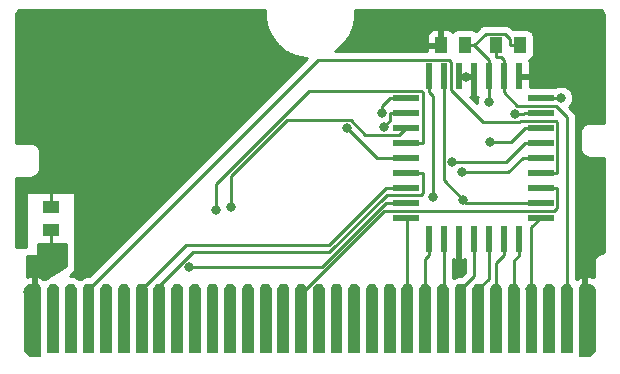
<source format=gtl>
%TF.GenerationSoftware,KiCad,Pcbnew,(5.99.0-1734-gfc9c75f9e)*%
%TF.CreationDate,2020-06-08T22:25:13+02:00*%
%TF.ProjectId,poldet32k-v2-autorouted,706f6c64-6574-4333-926b-2d76322d6175,rev?*%
%TF.SameCoordinates,Original*%
%TF.FileFunction,Copper,L1,Top*%
%TF.FilePolarity,Positive*%
%FSLAX46Y46*%
G04 Gerber Fmt 4.6, Leading zero omitted, Abs format (unit mm)*
G04 Created by KiCad (PCBNEW (5.99.0-1734-gfc9c75f9e)) date 2020-06-08 22:25:13*
%MOMM*%
%LPD*%
G01*
G04 APERTURE LIST*
%TA.AperFunction,SMDPad,CuDef*%
%ADD10R,1.100000X1.400000*%
%TD*%
%TA.AperFunction,SMDPad,CuDef*%
%ADD11R,1.400000X1.100000*%
%TD*%
%TA.AperFunction,SMDPad,CuDef*%
%ADD12R,0.600000X2.200000*%
%TD*%
%TA.AperFunction,SMDPad,CuDef*%
%ADD13R,2.200000X0.600000*%
%TD*%
%TA.AperFunction,ComponentPad*%
%ADD14C,0.800000*%
%TD*%
%TA.AperFunction,ViaPad*%
%ADD15C,0.800000*%
%TD*%
%TA.AperFunction,Conductor*%
%ADD16C,0.500000*%
%TD*%
%TA.AperFunction,Conductor*%
%ADD17C,0.250000*%
%TD*%
%TA.AperFunction,Conductor*%
%ADD18C,0.254000*%
%TD*%
G04 APERTURE END LIST*
D10*
%TO.P,C2,1*%
%TO.N,5V*%
X161274000Y-69723000D03*
%TO.P,C2,2*%
%TO.N,GND*%
X159274000Y-69723000D03*
%TD*%
D11*
%TO.P,C1,2*%
%TO.N,GND*%
X126286000Y-83397800D03*
%TO.P,C1,1*%
%TO.N,5V*%
X126286000Y-85397800D03*
%TD*%
D12*
%TO.P,U1,32*%
%TO.N,5V*%
X163322000Y-72348000D03*
%TO.P,U1,31*%
%TO.N,AUDIO_IN*%
X164592000Y-72348000D03*
%TO.P,U1,30*%
%TO.N,GND*%
X165862000Y-72348000D03*
D13*
%TO.P,U1,29*%
%TO.N,A14*%
X167752000Y-74168000D03*
%TO.P,U1,28*%
%TO.N,A13*%
X167752000Y-75438000D03*
%TO.P,U1,27*%
%TO.N,A8*%
X167752000Y-76708000D03*
%TO.P,U1,26*%
%TO.N,A9*%
X167752000Y-77978000D03*
%TO.P,U1,25*%
%TO.N,A11*%
X167752000Y-79248000D03*
%TO.P,U1,24*%
%TO.N,\u002ARD*%
X167752000Y-80518000D03*
%TO.P,U1,23*%
%TO.N,A10*%
X167752000Y-81788000D03*
%TO.P,U1,22*%
%TO.N,A15*%
X167752000Y-83058000D03*
%TO.P,U1,21*%
%TO.N,D7*%
X167752000Y-84328000D03*
D12*
%TO.P,U1,20*%
%TO.N,D6*%
X165862000Y-86148000D03*
%TO.P,U1,19*%
%TO.N,D5*%
X164592000Y-86148000D03*
%TO.P,U1,18*%
%TO.N,D4*%
X163322000Y-86148000D03*
%TO.P,U1,17*%
%TO.N,D3*%
X162052000Y-86148000D03*
%TO.P,U1,16*%
%TO.N,GND*%
X160782000Y-86148000D03*
%TO.P,U1,15*%
%TO.N,D2*%
X159512000Y-86148000D03*
%TO.P,U1,14*%
%TO.N,D1*%
X158242000Y-86148000D03*
D13*
%TO.P,U1,13*%
%TO.N,D0*%
X156352000Y-84328000D03*
%TO.P,U1,5*%
%TO.N,A7*%
X156352000Y-74168000D03*
%TO.P,U1,12*%
%TO.N,A0*%
X156352000Y-83058000D03*
%TO.P,U1,11*%
%TO.N,A1*%
X156352000Y-81788000D03*
%TO.P,U1,10*%
%TO.N,A2*%
X156352000Y-80518000D03*
%TO.P,U1,9*%
%TO.N,A3*%
X156352000Y-79248000D03*
%TO.P,U1,8*%
%TO.N,A4*%
X156352000Y-77978000D03*
%TO.P,U1,7*%
%TO.N,A5*%
X156352000Y-76708000D03*
%TO.P,U1,6*%
%TO.N,A6*%
X156352000Y-75438000D03*
D12*
%TO.P,U1,4*%
%TO.N,A12*%
X158242000Y-72348000D03*
%TO.P,U1,3*%
%TO.N,A15*%
X159512000Y-72348000D03*
%TO.P,U1,2*%
%TO.N,GND*%
X160782000Y-72348000D03*
%TO.P,U1,1*%
X162052000Y-72348000D03*
%TD*%
D10*
%TO.P,R1,1*%
%TO.N,5V*%
X165973000Y-69723000D03*
%TO.P,R1,2*%
%TO.N,AUDIO_IN*%
X163973000Y-69723000D03*
%TD*%
%TA.AperFunction,Conductor*%
%TO.N,GND*%
%TO.C,J1*%
G36*
X171697439Y-89903040D02*
G01*
X171728756Y-89901344D01*
X171900880Y-89932314D01*
X172061263Y-90002051D01*
X172201302Y-90106813D01*
X172313484Y-90240981D01*
X172391792Y-90397358D01*
X172432025Y-90567556D01*
X172431338Y-90655000D01*
X172432000Y-90655000D01*
X172432000Y-95605000D01*
X171932000Y-96105000D01*
X170932000Y-96105000D01*
X170932000Y-90695849D01*
X170927871Y-90657840D01*
X170926504Y-90655000D01*
X170926504Y-90405000D01*
X170932036Y-90380846D01*
X170932220Y-90380699D01*
X170932873Y-90327285D01*
X170974747Y-90190320D01*
X171053380Y-90070614D01*
X171162449Y-89977788D01*
X171293188Y-89919306D01*
X171429715Y-89900604D01*
X171432000Y-89899504D01*
X171682000Y-89899504D01*
X171697439Y-89903040D01*
G37*
%TD.AperFunction*%
%TA.AperFunction,Conductor*%
%TO.N,5V*%
G36*
X124934149Y-89899996D02*
G01*
X124935086Y-89899868D01*
X125076735Y-89921038D01*
X125206750Y-89981113D01*
X125314677Y-90075264D01*
X125391841Y-90195923D01*
X125432039Y-90333389D01*
X125431321Y-90392169D01*
X125437496Y-90405000D01*
X125437496Y-90655000D01*
X125432000Y-90678997D01*
X125432000Y-96105000D01*
X124432000Y-96105000D01*
X123932000Y-95605000D01*
X123932000Y-90695849D01*
X123926918Y-90649069D01*
X123948535Y-90475522D01*
X124009496Y-90311603D01*
X124106532Y-90166103D01*
X124234437Y-90046830D01*
X124386351Y-89960180D01*
X124554123Y-89910802D01*
X124671763Y-89904431D01*
X124682000Y-89899504D01*
X124932000Y-89899504D01*
X124934149Y-89899996D01*
G37*
%TD.AperFunction*%
D14*
%TD*%
%TO.P,J1,31*%
%TO.N,AUDIO_IN*%
X169932000Y-90405000D03*
%TO.P,J1,30*%
%TO.N,\u002ARESET/CS2*%
X168432000Y-90405000D03*
%TO.P,J1,29*%
%TO.N,D7*%
X166932000Y-90405000D03*
%TO.P,J1,28*%
%TO.N,D6*%
X165432000Y-90405000D03*
%TO.P,J1,27*%
%TO.N,D5*%
X163932000Y-90405000D03*
%TO.P,J1,26*%
%TO.N,D4*%
X162432000Y-90405000D03*
%TO.P,J1,25*%
%TO.N,D3*%
X160932000Y-90405000D03*
%TO.P,J1,24*%
%TO.N,D2*%
X159432000Y-90405000D03*
%TO.P,J1,23*%
%TO.N,D1*%
X157932000Y-90405000D03*
%TO.P,J1,22*%
%TO.N,D0*%
X156432000Y-90405000D03*
%TO.P,J1,21*%
%TO.N,A15*%
X154932000Y-90405000D03*
%TO.P,J1,20*%
%TO.N,A14*%
X153432000Y-90405000D03*
%TO.P,J1,19*%
%TO.N,A13*%
X151932000Y-90405000D03*
%TO.P,J1,18*%
%TO.N,A12*%
X150432000Y-90405000D03*
%TO.P,J1,17*%
%TO.N,A11*%
X148932000Y-90405000D03*
%TO.P,J1,16*%
%TO.N,A10*%
X147432000Y-90405000D03*
%TO.P,J1,15*%
%TO.N,A9*%
X145932000Y-90405000D03*
%TO.P,J1,14*%
%TO.N,A8*%
X144432000Y-90405000D03*
%TO.P,J1,13*%
%TO.N,A7*%
X142932000Y-90405000D03*
%TO.P,J1,12*%
%TO.N,A6*%
X141432000Y-90405000D03*
%TO.P,J1,11*%
%TO.N,A5*%
X139932000Y-90405000D03*
%TO.P,J1,10*%
%TO.N,A4*%
X138432000Y-90405000D03*
%TO.P,J1,9*%
%TO.N,A3*%
X136932000Y-90405000D03*
%TO.P,J1,8*%
%TO.N,A2*%
X135432000Y-90405000D03*
%TO.P,J1,7*%
%TO.N,A1*%
X133932000Y-90405000D03*
%TO.P,J1,6*%
%TO.N,A0*%
X132432000Y-90405000D03*
%TO.P,J1,5*%
%TO.N,\u002AMREQ/CS*%
X130932000Y-90405000D03*
%TO.P,J1,4*%
%TO.N,\u002ARD*%
X129432000Y-90405000D03*
%TO.P,J1,3*%
%TO.N,\u002AWR*%
X127932000Y-90405000D03*
%TA.AperFunction,Conductor*%
%TD*%
%TO.N,AUDIO_IN*%
%TO.C,J1*%
G36*
X170075849Y-89919831D02*
G01*
X170206188Y-89980056D01*
X170314385Y-90074442D01*
X170391741Y-90195401D01*
X170432040Y-90333210D01*
X170431163Y-90405000D01*
X170432000Y-90405000D01*
X170432000Y-95805000D01*
X169432000Y-95805000D01*
X169432000Y-90482741D01*
X169428627Y-90470660D01*
X169429437Y-90404281D01*
X169430381Y-90327091D01*
X169472360Y-90189785D01*
X169551188Y-90069780D01*
X169660530Y-89976723D01*
X169791595Y-89918094D01*
X169933846Y-89898608D01*
X170075849Y-89919831D01*
G37*
%TD.AperFunction*%
%TA.AperFunction,Conductor*%
%TO.N,\u002ARESET/CS2*%
%TO.C,J1*%
G36*
X168575849Y-89919831D02*
G01*
X168706188Y-89980056D01*
X168814385Y-90074442D01*
X168891741Y-90195401D01*
X168932040Y-90333210D01*
X168931163Y-90405000D01*
X168932000Y-90405000D01*
X168932000Y-95805000D01*
X167932000Y-95805000D01*
X167932000Y-90482741D01*
X167928627Y-90470660D01*
X167929437Y-90404281D01*
X167930381Y-90327091D01*
X167972360Y-90189785D01*
X168051188Y-90069780D01*
X168160530Y-89976723D01*
X168291595Y-89918094D01*
X168433846Y-89898608D01*
X168575849Y-89919831D01*
G37*
%TD.AperFunction*%
%TA.AperFunction,Conductor*%
%TO.N,D7*%
G36*
X167075849Y-89919831D02*
G01*
X167206188Y-89980056D01*
X167314385Y-90074442D01*
X167391741Y-90195401D01*
X167432040Y-90333210D01*
X167431163Y-90405000D01*
X167432000Y-90405000D01*
X167432000Y-95805000D01*
X166432000Y-95805000D01*
X166432000Y-90482741D01*
X166428627Y-90470660D01*
X166429437Y-90404281D01*
X166430381Y-90327091D01*
X166472360Y-90189785D01*
X166551188Y-90069780D01*
X166660530Y-89976723D01*
X166791595Y-89918094D01*
X166933846Y-89898608D01*
X167075849Y-89919831D01*
G37*
%TD.AperFunction*%
%TA.AperFunction,Conductor*%
%TO.N,D6*%
G36*
X165575849Y-89919831D02*
G01*
X165706188Y-89980056D01*
X165814385Y-90074442D01*
X165891741Y-90195401D01*
X165932040Y-90333210D01*
X165931163Y-90405000D01*
X165932000Y-90405000D01*
X165932000Y-95805000D01*
X164932000Y-95805000D01*
X164932000Y-90482741D01*
X164928627Y-90470660D01*
X164929437Y-90404281D01*
X164930381Y-90327091D01*
X164972360Y-90189785D01*
X165051188Y-90069780D01*
X165160530Y-89976723D01*
X165291595Y-89918094D01*
X165433846Y-89898608D01*
X165575849Y-89919831D01*
G37*
%TD.AperFunction*%
%TA.AperFunction,Conductor*%
%TO.N,D5*%
G36*
X164075849Y-89919831D02*
G01*
X164206188Y-89980056D01*
X164314385Y-90074442D01*
X164391741Y-90195401D01*
X164432040Y-90333210D01*
X164431163Y-90405000D01*
X164432000Y-90405000D01*
X164432000Y-95805000D01*
X163432000Y-95805000D01*
X163432000Y-90482741D01*
X163428627Y-90470660D01*
X163429437Y-90404281D01*
X163430381Y-90327091D01*
X163472360Y-90189785D01*
X163551188Y-90069780D01*
X163660530Y-89976723D01*
X163791595Y-89918094D01*
X163933846Y-89898608D01*
X164075849Y-89919831D01*
G37*
%TD.AperFunction*%
%TA.AperFunction,Conductor*%
%TO.N,D4*%
G36*
X162575849Y-89919831D02*
G01*
X162706188Y-89980056D01*
X162814385Y-90074442D01*
X162891741Y-90195401D01*
X162932040Y-90333210D01*
X162931163Y-90405000D01*
X162932000Y-90405000D01*
X162932000Y-95805000D01*
X161932000Y-95805000D01*
X161932000Y-90482741D01*
X161928627Y-90470660D01*
X161929437Y-90404281D01*
X161930381Y-90327091D01*
X161972360Y-90189785D01*
X162051188Y-90069780D01*
X162160530Y-89976723D01*
X162291595Y-89918094D01*
X162433846Y-89898608D01*
X162575849Y-89919831D01*
G37*
%TD.AperFunction*%
%TA.AperFunction,Conductor*%
%TO.N,D3*%
G36*
X161075849Y-89919831D02*
G01*
X161206188Y-89980056D01*
X161314385Y-90074442D01*
X161391741Y-90195401D01*
X161432040Y-90333210D01*
X161431163Y-90405000D01*
X161432000Y-90405000D01*
X161432000Y-95805000D01*
X160432000Y-95805000D01*
X160432000Y-90482741D01*
X160428627Y-90470660D01*
X160429437Y-90404281D01*
X160430381Y-90327091D01*
X160472360Y-90189785D01*
X160551188Y-90069780D01*
X160660530Y-89976723D01*
X160791595Y-89918094D01*
X160933846Y-89898608D01*
X161075849Y-89919831D01*
G37*
%TD.AperFunction*%
%TA.AperFunction,Conductor*%
%TO.N,D2*%
G36*
X159575849Y-89919831D02*
G01*
X159706188Y-89980056D01*
X159814385Y-90074442D01*
X159891741Y-90195401D01*
X159932040Y-90333210D01*
X159931163Y-90405000D01*
X159932000Y-90405000D01*
X159932000Y-95805000D01*
X158932000Y-95805000D01*
X158932000Y-90482741D01*
X158928627Y-90470660D01*
X158929437Y-90404281D01*
X158930381Y-90327091D01*
X158972360Y-90189785D01*
X159051188Y-90069780D01*
X159160530Y-89976723D01*
X159291595Y-89918094D01*
X159433846Y-89898608D01*
X159575849Y-89919831D01*
G37*
%TD.AperFunction*%
%TA.AperFunction,Conductor*%
%TO.N,D1*%
G36*
X158075849Y-89919831D02*
G01*
X158206188Y-89980056D01*
X158314385Y-90074442D01*
X158391741Y-90195401D01*
X158432040Y-90333210D01*
X158431163Y-90405000D01*
X158432000Y-90405000D01*
X158432000Y-95805000D01*
X157432000Y-95805000D01*
X157432000Y-90482741D01*
X157428627Y-90470660D01*
X157429437Y-90404281D01*
X157430381Y-90327091D01*
X157472360Y-90189785D01*
X157551188Y-90069780D01*
X157660530Y-89976723D01*
X157791595Y-89918094D01*
X157933846Y-89898608D01*
X158075849Y-89919831D01*
G37*
%TD.AperFunction*%
%TA.AperFunction,Conductor*%
%TO.N,D0*%
G36*
X156575849Y-89919831D02*
G01*
X156706188Y-89980056D01*
X156814385Y-90074442D01*
X156891741Y-90195401D01*
X156932040Y-90333210D01*
X156931163Y-90405000D01*
X156932000Y-90405000D01*
X156932000Y-95805000D01*
X155932000Y-95805000D01*
X155932000Y-90482741D01*
X155928627Y-90470660D01*
X155929437Y-90404281D01*
X155930381Y-90327091D01*
X155972360Y-90189785D01*
X156051188Y-90069780D01*
X156160530Y-89976723D01*
X156291595Y-89918094D01*
X156433846Y-89898608D01*
X156575849Y-89919831D01*
G37*
%TD.AperFunction*%
%TA.AperFunction,Conductor*%
%TO.N,A15*%
G36*
X155075849Y-89919831D02*
G01*
X155206188Y-89980056D01*
X155314385Y-90074442D01*
X155391741Y-90195401D01*
X155432040Y-90333210D01*
X155431163Y-90405000D01*
X155432000Y-90405000D01*
X155432000Y-95805000D01*
X154432000Y-95805000D01*
X154432000Y-90482741D01*
X154428627Y-90470660D01*
X154429437Y-90404281D01*
X154430381Y-90327091D01*
X154472360Y-90189785D01*
X154551188Y-90069780D01*
X154660530Y-89976723D01*
X154791595Y-89918094D01*
X154933846Y-89898608D01*
X155075849Y-89919831D01*
G37*
%TD.AperFunction*%
%TA.AperFunction,Conductor*%
%TO.N,A14*%
G36*
X153575849Y-89919831D02*
G01*
X153706188Y-89980056D01*
X153814385Y-90074442D01*
X153891741Y-90195401D01*
X153932040Y-90333210D01*
X153931163Y-90405000D01*
X153932000Y-90405000D01*
X153932000Y-95805000D01*
X152932000Y-95805000D01*
X152932000Y-90482741D01*
X152928627Y-90470660D01*
X152929437Y-90404281D01*
X152930381Y-90327091D01*
X152972360Y-90189785D01*
X153051188Y-90069780D01*
X153160530Y-89976723D01*
X153291595Y-89918094D01*
X153433846Y-89898608D01*
X153575849Y-89919831D01*
G37*
%TD.AperFunction*%
%TA.AperFunction,Conductor*%
%TO.N,A13*%
G36*
X152075849Y-89919831D02*
G01*
X152206188Y-89980056D01*
X152314385Y-90074442D01*
X152391741Y-90195401D01*
X152432040Y-90333210D01*
X152431163Y-90405000D01*
X152432000Y-90405000D01*
X152432000Y-95805000D01*
X151432000Y-95805000D01*
X151432000Y-90482741D01*
X151428627Y-90470660D01*
X151429437Y-90404281D01*
X151430381Y-90327091D01*
X151472360Y-90189785D01*
X151551188Y-90069780D01*
X151660530Y-89976723D01*
X151791595Y-89918094D01*
X151933846Y-89898608D01*
X152075849Y-89919831D01*
G37*
%TD.AperFunction*%
%TA.AperFunction,Conductor*%
%TO.N,A12*%
G36*
X150575849Y-89919831D02*
G01*
X150706188Y-89980056D01*
X150814385Y-90074442D01*
X150891741Y-90195401D01*
X150932040Y-90333210D01*
X150931163Y-90405000D01*
X150932000Y-90405000D01*
X150932000Y-95805000D01*
X149932000Y-95805000D01*
X149932000Y-90482741D01*
X149928627Y-90470660D01*
X149929437Y-90404281D01*
X149930381Y-90327091D01*
X149972360Y-90189785D01*
X150051188Y-90069780D01*
X150160530Y-89976723D01*
X150291595Y-89918094D01*
X150433846Y-89898608D01*
X150575849Y-89919831D01*
G37*
%TD.AperFunction*%
%TA.AperFunction,Conductor*%
%TO.N,A11*%
G36*
X149075849Y-89919831D02*
G01*
X149206188Y-89980056D01*
X149314385Y-90074442D01*
X149391741Y-90195401D01*
X149432040Y-90333210D01*
X149431163Y-90405000D01*
X149432000Y-90405000D01*
X149432000Y-95805000D01*
X148432000Y-95805000D01*
X148432000Y-90482741D01*
X148428627Y-90470660D01*
X148429437Y-90404281D01*
X148430381Y-90327091D01*
X148472360Y-90189785D01*
X148551188Y-90069780D01*
X148660530Y-89976723D01*
X148791595Y-89918094D01*
X148933846Y-89898608D01*
X149075849Y-89919831D01*
G37*
%TD.AperFunction*%
%TA.AperFunction,Conductor*%
%TO.N,A10*%
G36*
X147575849Y-89919831D02*
G01*
X147706188Y-89980056D01*
X147814385Y-90074442D01*
X147891741Y-90195401D01*
X147932040Y-90333210D01*
X147931163Y-90405000D01*
X147932000Y-90405000D01*
X147932000Y-95805000D01*
X146932000Y-95805000D01*
X146932000Y-90482741D01*
X146928627Y-90470660D01*
X146929437Y-90404281D01*
X146930381Y-90327091D01*
X146972360Y-90189785D01*
X147051188Y-90069780D01*
X147160530Y-89976723D01*
X147291595Y-89918094D01*
X147433846Y-89898608D01*
X147575849Y-89919831D01*
G37*
%TD.AperFunction*%
%TA.AperFunction,Conductor*%
%TO.N,A9*%
G36*
X146075849Y-89919831D02*
G01*
X146206188Y-89980056D01*
X146314385Y-90074442D01*
X146391741Y-90195401D01*
X146432040Y-90333210D01*
X146431163Y-90405000D01*
X146432000Y-90405000D01*
X146432000Y-95805000D01*
X145432000Y-95805000D01*
X145432000Y-90482741D01*
X145428627Y-90470660D01*
X145429437Y-90404281D01*
X145430381Y-90327091D01*
X145472360Y-90189785D01*
X145551188Y-90069780D01*
X145660530Y-89976723D01*
X145791595Y-89918094D01*
X145933846Y-89898608D01*
X146075849Y-89919831D01*
G37*
%TD.AperFunction*%
%TA.AperFunction,Conductor*%
%TO.N,A8*%
G36*
X144575849Y-89919831D02*
G01*
X144706188Y-89980056D01*
X144814385Y-90074442D01*
X144891741Y-90195401D01*
X144932040Y-90333210D01*
X144931163Y-90405000D01*
X144932000Y-90405000D01*
X144932000Y-95805000D01*
X143932000Y-95805000D01*
X143932000Y-90482741D01*
X143928627Y-90470660D01*
X143929437Y-90404281D01*
X143930381Y-90327091D01*
X143972360Y-90189785D01*
X144051188Y-90069780D01*
X144160530Y-89976723D01*
X144291595Y-89918094D01*
X144433846Y-89898608D01*
X144575849Y-89919831D01*
G37*
%TD.AperFunction*%
%TA.AperFunction,Conductor*%
%TO.N,A7*%
G36*
X143075849Y-89919831D02*
G01*
X143206188Y-89980056D01*
X143314385Y-90074442D01*
X143391741Y-90195401D01*
X143432040Y-90333210D01*
X143431163Y-90405000D01*
X143432000Y-90405000D01*
X143432000Y-95805000D01*
X142432000Y-95805000D01*
X142432000Y-90482741D01*
X142428627Y-90470660D01*
X142429437Y-90404281D01*
X142430381Y-90327091D01*
X142472360Y-90189785D01*
X142551188Y-90069780D01*
X142660530Y-89976723D01*
X142791595Y-89918094D01*
X142933846Y-89898608D01*
X143075849Y-89919831D01*
G37*
%TD.AperFunction*%
%TA.AperFunction,Conductor*%
%TO.N,A6*%
G36*
X141575849Y-89919831D02*
G01*
X141706188Y-89980056D01*
X141814385Y-90074442D01*
X141891741Y-90195401D01*
X141932040Y-90333210D01*
X141931163Y-90405000D01*
X141932000Y-90405000D01*
X141932000Y-95805000D01*
X140932000Y-95805000D01*
X140932000Y-90482741D01*
X140928627Y-90470660D01*
X140929437Y-90404281D01*
X140930381Y-90327091D01*
X140972360Y-90189785D01*
X141051188Y-90069780D01*
X141160530Y-89976723D01*
X141291595Y-89918094D01*
X141433846Y-89898608D01*
X141575849Y-89919831D01*
G37*
%TD.AperFunction*%
%TA.AperFunction,Conductor*%
%TO.N,A5*%
G36*
X140075849Y-89919831D02*
G01*
X140206188Y-89980056D01*
X140314385Y-90074442D01*
X140391741Y-90195401D01*
X140432040Y-90333210D01*
X140431163Y-90405000D01*
X140432000Y-90405000D01*
X140432000Y-95805000D01*
X139432000Y-95805000D01*
X139432000Y-90482741D01*
X139428627Y-90470660D01*
X139429437Y-90404281D01*
X139430381Y-90327091D01*
X139472360Y-90189785D01*
X139551188Y-90069780D01*
X139660530Y-89976723D01*
X139791595Y-89918094D01*
X139933846Y-89898608D01*
X140075849Y-89919831D01*
G37*
%TD.AperFunction*%
%TA.AperFunction,Conductor*%
%TO.N,A4*%
G36*
X138575849Y-89919831D02*
G01*
X138706188Y-89980056D01*
X138814385Y-90074442D01*
X138891741Y-90195401D01*
X138932040Y-90333210D01*
X138931163Y-90405000D01*
X138932000Y-90405000D01*
X138932000Y-95805000D01*
X137932000Y-95805000D01*
X137932000Y-90482741D01*
X137928627Y-90470660D01*
X137929437Y-90404281D01*
X137930381Y-90327091D01*
X137972360Y-90189785D01*
X138051188Y-90069780D01*
X138160530Y-89976723D01*
X138291595Y-89918094D01*
X138433846Y-89898608D01*
X138575849Y-89919831D01*
G37*
%TD.AperFunction*%
%TA.AperFunction,Conductor*%
%TO.N,A3*%
G36*
X137075849Y-89919831D02*
G01*
X137206188Y-89980056D01*
X137314385Y-90074442D01*
X137391741Y-90195401D01*
X137432040Y-90333210D01*
X137431163Y-90405000D01*
X137432000Y-90405000D01*
X137432000Y-95805000D01*
X136432000Y-95805000D01*
X136432000Y-90482741D01*
X136428627Y-90470660D01*
X136429437Y-90404281D01*
X136430381Y-90327091D01*
X136472360Y-90189785D01*
X136551188Y-90069780D01*
X136660530Y-89976723D01*
X136791595Y-89918094D01*
X136933846Y-89898608D01*
X137075849Y-89919831D01*
G37*
%TD.AperFunction*%
%TA.AperFunction,Conductor*%
%TO.N,A2*%
G36*
X135575849Y-89919831D02*
G01*
X135706188Y-89980056D01*
X135814385Y-90074442D01*
X135891741Y-90195401D01*
X135932040Y-90333210D01*
X135931163Y-90405000D01*
X135932000Y-90405000D01*
X135932000Y-95805000D01*
X134932000Y-95805000D01*
X134932000Y-90482741D01*
X134928627Y-90470660D01*
X134929437Y-90404281D01*
X134930381Y-90327091D01*
X134972360Y-90189785D01*
X135051188Y-90069780D01*
X135160530Y-89976723D01*
X135291595Y-89918094D01*
X135433846Y-89898608D01*
X135575849Y-89919831D01*
G37*
%TD.AperFunction*%
%TA.AperFunction,Conductor*%
%TO.N,A1*%
G36*
X134075849Y-89919831D02*
G01*
X134206188Y-89980056D01*
X134314385Y-90074442D01*
X134391741Y-90195401D01*
X134432040Y-90333210D01*
X134431163Y-90405000D01*
X134432000Y-90405000D01*
X134432000Y-95805000D01*
X133432000Y-95805000D01*
X133432000Y-90482741D01*
X133428627Y-90470660D01*
X133429437Y-90404281D01*
X133430381Y-90327091D01*
X133472360Y-90189785D01*
X133551188Y-90069780D01*
X133660530Y-89976723D01*
X133791595Y-89918094D01*
X133933846Y-89898608D01*
X134075849Y-89919831D01*
G37*
%TD.AperFunction*%
%TA.AperFunction,Conductor*%
%TO.N,A0*%
G36*
X132575849Y-89919831D02*
G01*
X132706188Y-89980056D01*
X132814385Y-90074442D01*
X132891741Y-90195401D01*
X132932040Y-90333210D01*
X132931163Y-90405000D01*
X132932000Y-90405000D01*
X132932000Y-95805000D01*
X131932000Y-95805000D01*
X131932000Y-90482741D01*
X131928627Y-90470660D01*
X131929437Y-90404281D01*
X131930381Y-90327091D01*
X131972360Y-90189785D01*
X132051188Y-90069780D01*
X132160530Y-89976723D01*
X132291595Y-89918094D01*
X132433846Y-89898608D01*
X132575849Y-89919831D01*
G37*
%TD.AperFunction*%
%TA.AperFunction,Conductor*%
%TO.N,\u002AMREQ/CS*%
G36*
X131075849Y-89919831D02*
G01*
X131206188Y-89980056D01*
X131314385Y-90074442D01*
X131391741Y-90195401D01*
X131432040Y-90333210D01*
X131431163Y-90405000D01*
X131432000Y-90405000D01*
X131432000Y-95805000D01*
X130432000Y-95805000D01*
X130432000Y-90482741D01*
X130428627Y-90470660D01*
X130429437Y-90404281D01*
X130430381Y-90327091D01*
X130472360Y-90189785D01*
X130551188Y-90069780D01*
X130660530Y-89976723D01*
X130791595Y-89918094D01*
X130933846Y-89898608D01*
X131075849Y-89919831D01*
G37*
%TD.AperFunction*%
%TA.AperFunction,Conductor*%
%TO.N,\u002ARD*%
G36*
X129575849Y-89919831D02*
G01*
X129706188Y-89980056D01*
X129814385Y-90074442D01*
X129891741Y-90195401D01*
X129932040Y-90333210D01*
X129931163Y-90405000D01*
X129932000Y-90405000D01*
X129932000Y-95805000D01*
X128932000Y-95805000D01*
X128932000Y-90482741D01*
X128928627Y-90470660D01*
X128929437Y-90404281D01*
X128930381Y-90327091D01*
X128972360Y-90189785D01*
X129051188Y-90069780D01*
X129160530Y-89976723D01*
X129291595Y-89918094D01*
X129433846Y-89898608D01*
X129575849Y-89919831D01*
G37*
%TD.AperFunction*%
%TA.AperFunction,Conductor*%
%TO.N,\u002AWR*%
G36*
X128075849Y-89919831D02*
G01*
X128206188Y-89980056D01*
X128314385Y-90074442D01*
X128391741Y-90195401D01*
X128432040Y-90333210D01*
X128431163Y-90405000D01*
X128432000Y-90405000D01*
X128432000Y-95805000D01*
X127432000Y-95805000D01*
X127432000Y-90482741D01*
X127428627Y-90470660D01*
X127429437Y-90404281D01*
X127430381Y-90327091D01*
X127472360Y-90189785D01*
X127551188Y-90069780D01*
X127660530Y-89976723D01*
X127791595Y-89918094D01*
X127933846Y-89898608D01*
X128075849Y-89919831D01*
G37*
%TD.AperFunction*%
%TA.AperFunction,Conductor*%
%TO.N,CLK*%
G36*
X126575849Y-89919831D02*
G01*
X126706188Y-89980056D01*
X126814385Y-90074442D01*
X126891741Y-90195401D01*
X126932040Y-90333210D01*
X126931163Y-90405000D01*
X126932000Y-90405000D01*
X126932000Y-95805000D01*
X125932000Y-95805000D01*
X125932000Y-90482741D01*
X125928627Y-90470660D01*
X125929437Y-90404281D01*
X125930381Y-90327091D01*
X125972360Y-90189785D01*
X126051188Y-90069780D01*
X126160530Y-89976723D01*
X126291595Y-89918094D01*
X126433846Y-89898608D01*
X126575849Y-89919831D01*
G37*
%TD.AperFunction*%
%TD*%
%TO.P,J1,32*%
%TO.N,GND*%
X171432000Y-90405000D03*
%TO.P,J1,1*%
%TO.N,5V*%
X124932000Y-90405000D03*
%TO.P,J1,2*%
%TO.N,CLK*%
X126432000Y-90405000D03*
%TD*%
D15*
%TO.N,GND*%
X160782000Y-88392000D03*
X161417000Y-72390000D03*
%TO.N,A15*%
X161160100Y-82818300D03*
%TO.N,A14*%
X169429900Y-74182400D03*
%TO.N,A13*%
X165572400Y-75551800D03*
%TO.N,A12*%
X158572100Y-82567100D03*
%TO.N,A11*%
X161021000Y-80496700D03*
%TO.N,A9*%
X160194300Y-79601400D03*
%TO.N,A8*%
X163409300Y-77898400D03*
%TO.N,A7*%
X154262600Y-75421600D03*
%TO.N,A6*%
X154427100Y-76619600D03*
%TO.N,A5*%
X141497000Y-83437000D03*
%TO.N,A4*%
X140235600Y-83662300D03*
%TO.N,A3*%
X151335800Y-76758400D03*
%TO.N,A0*%
X137980700Y-88479200D03*
%TO.N,GND*%
X171831000Y-84836000D03*
X171831000Y-81534000D03*
X171831000Y-74549000D03*
X171704000Y-71120000D03*
X171704000Y-67945000D03*
X140970000Y-68199000D03*
X135636000Y-68326000D03*
X129667000Y-68326000D03*
X124714000Y-68453000D03*
X124714000Y-73152000D03*
X137541000Y-74422000D03*
X134112000Y-77597000D03*
X131191000Y-80391000D03*
X129159000Y-82423000D03*
%TO.N,5V*%
X163322000Y-74549000D03*
X125730000Y-88519000D03*
X125730000Y-87630000D03*
X126746000Y-87630000D03*
%TD*%
D16*
%TO.N,5V*%
X124932000Y-90405000D02*
X124932000Y-89317000D01*
X124932000Y-89317000D02*
X125730000Y-88519000D01*
%TO.N,GND*%
X171432000Y-90405000D02*
X171432000Y-85235000D01*
X171432000Y-85235000D02*
X171831000Y-84836000D01*
D17*
%TO.N,AUDIO_IN*%
X164322400Y-70700700D02*
X164592000Y-70970300D01*
X163973000Y-70700700D02*
X164322400Y-70700700D01*
X164592000Y-72348000D02*
X164592000Y-70970300D01*
X163973000Y-69723000D02*
X163973000Y-70700700D01*
X165726500Y-74860200D02*
X164592000Y-73725700D01*
X168988400Y-74860200D02*
X165726500Y-74860200D01*
X169932000Y-75803800D02*
X168988400Y-74860200D01*
X169932000Y-90405000D02*
X169932000Y-75803800D01*
X164592000Y-72348000D02*
X164592000Y-73725700D01*
%TO.N,D6*%
X165432000Y-87955700D02*
X165862000Y-87525700D01*
X165432000Y-90405000D02*
X165432000Y-87955700D01*
X165862000Y-86148000D02*
X165862000Y-87525700D01*
%TO.N,D5*%
X163932000Y-88185700D02*
X164592000Y-87525700D01*
X163932000Y-90405000D02*
X163932000Y-88185700D01*
X164592000Y-86148000D02*
X164592000Y-87525700D01*
%TO.N,D4*%
X163322000Y-89515000D02*
X163322000Y-86148000D01*
X162432000Y-90405000D02*
X163322000Y-89515000D01*
%TO.N,D3*%
X162052000Y-89285000D02*
X162052000Y-86148000D01*
X160932000Y-90405000D02*
X162052000Y-89285000D01*
%TO.N,D2*%
X159512000Y-90325000D02*
X159512000Y-86148000D01*
X159432000Y-90405000D02*
X159512000Y-90325000D01*
%TO.N,D1*%
X157932000Y-87835700D02*
X158242000Y-87525700D01*
X157932000Y-90405000D02*
X157932000Y-87835700D01*
X158242000Y-86148000D02*
X158242000Y-87525700D01*
%TO.N,D0*%
X156432000Y-84408000D02*
X156352000Y-84328000D01*
X156432000Y-90405000D02*
X156432000Y-84408000D01*
%TO.N,A15*%
X161399800Y-83058000D02*
X167752000Y-83058000D01*
X161160100Y-82818300D02*
X161399800Y-83058000D01*
X159512000Y-81170200D02*
X161160100Y-82818300D01*
X159512000Y-72348000D02*
X159512000Y-81170200D01*
%TO.N,A14*%
X167752000Y-74168000D02*
X169129700Y-74168000D01*
X169144100Y-74182400D02*
X169429900Y-74182400D01*
X169129700Y-74168000D02*
X169144100Y-74182400D01*
%TO.N,A13*%
X166260500Y-75551800D02*
X165572400Y-75551800D01*
X166374300Y-75438000D02*
X166260500Y-75551800D01*
X167752000Y-75438000D02*
X166374300Y-75438000D01*
%TO.N,A12*%
X158572100Y-74055800D02*
X158242000Y-73725700D01*
X158572100Y-82567100D02*
X158572100Y-74055800D01*
X158242000Y-72348000D02*
X158242000Y-73725700D01*
%TO.N,\u002ARD*%
X169129700Y-76227200D02*
X169129700Y-80518000D01*
X169032700Y-76130200D02*
X169129700Y-76227200D01*
X166020900Y-76130200D02*
X169032700Y-76130200D01*
X165895300Y-76255800D02*
X166020900Y-76130200D01*
X162855900Y-76255800D02*
X165895300Y-76255800D01*
X160089800Y-73489700D02*
X162855900Y-76255800D01*
X160089800Y-71129800D02*
X160089800Y-73489700D01*
X159930200Y-70970200D02*
X160089800Y-71129800D01*
X148866800Y-70970200D02*
X159930200Y-70970200D01*
X129432000Y-90405000D02*
X148866800Y-70970200D01*
X167752000Y-80518000D02*
X169129700Y-80518000D01*
%TO.N,A11*%
X164979000Y-80496700D02*
X161021000Y-80496700D01*
X166227700Y-79248000D02*
X164979000Y-80496700D01*
X167752000Y-79248000D02*
X166227700Y-79248000D01*
%TO.N,A10*%
X169129700Y-83483200D02*
X169129700Y-81788000D01*
X168862700Y-83750200D02*
X169129700Y-83483200D01*
X154465400Y-83750200D02*
X168862700Y-83750200D01*
X147810600Y-90405000D02*
X154465400Y-83750200D01*
X147432000Y-90405000D02*
X147810600Y-90405000D01*
X167752000Y-81788000D02*
X169129700Y-81788000D01*
%TO.N,A9*%
X164750900Y-79601400D02*
X166374300Y-77978000D01*
X160194300Y-79601400D02*
X164750900Y-79601400D01*
X167752000Y-77978000D02*
X166374300Y-77978000D01*
%TO.N,A8*%
X167752000Y-76708000D02*
X166374300Y-76708000D01*
X165183900Y-77898400D02*
X166374300Y-76708000D01*
X163409300Y-77898400D02*
X165183900Y-77898400D01*
%TO.N,A7*%
X156352000Y-74168000D02*
X154974300Y-74168000D01*
X154262600Y-74879700D02*
X154262600Y-75421600D01*
X154974300Y-74168000D02*
X154262600Y-74879700D01*
%TO.N,A6*%
X154974300Y-76072400D02*
X154974300Y-75438000D01*
X154427100Y-76619600D02*
X154974300Y-76072400D01*
X156352000Y-75438000D02*
X154974300Y-75438000D01*
%TO.N,A5*%
X141497000Y-80814600D02*
X141497000Y-83437000D01*
X146230900Y-76080700D02*
X141497000Y-80814600D01*
X151616600Y-76080700D02*
X146230900Y-76080700D01*
X152839800Y-77303900D02*
X151616600Y-76080700D01*
X155756100Y-77303900D02*
X152839800Y-77303900D01*
X156352000Y-76708000D02*
X155756100Y-77303900D01*
%TO.N,A4*%
X157729700Y-73705800D02*
X157729700Y-77978000D01*
X157614100Y-73590200D02*
X157729700Y-73705800D01*
X148133400Y-73590200D02*
X157614100Y-73590200D01*
X140235600Y-81488000D02*
X148133400Y-73590200D01*
X140235600Y-83662300D02*
X140235600Y-81488000D01*
X156352000Y-77978000D02*
X157729700Y-77978000D01*
%TO.N,D7*%
X166932000Y-85148000D02*
X167752000Y-84328000D01*
X166932000Y-90405000D02*
X166932000Y-85148000D01*
%TO.N,A3*%
X153825400Y-79248000D02*
X156352000Y-79248000D01*
X151335800Y-76758400D02*
X153825400Y-79248000D01*
%TO.N,A2*%
X157729700Y-82203900D02*
X157729700Y-80518000D01*
X157563200Y-82370400D02*
X157729700Y-82203900D01*
X154681000Y-82370400D02*
X157563200Y-82370400D01*
X149802400Y-87249000D02*
X154681000Y-82370400D01*
X138252500Y-87249000D02*
X149802400Y-87249000D01*
X135432000Y-90069500D02*
X138252500Y-87249000D01*
X135432000Y-90405000D02*
X135432000Y-90069500D01*
X156352000Y-80518000D02*
X157729700Y-80518000D01*
%TO.N,A1*%
X154653600Y-81788000D02*
X156352000Y-81788000D01*
X149827700Y-86613900D02*
X154653600Y-81788000D01*
X137723100Y-86613900D02*
X149827700Y-86613900D01*
X133932000Y-90405000D02*
X137723100Y-86613900D01*
%TO.N,A0*%
X149166700Y-88479200D02*
X137980700Y-88479200D01*
X154587900Y-83058000D02*
X149166700Y-88479200D01*
X156352000Y-83058000D02*
X154587900Y-83058000D01*
%TO.N,GND*%
X126286000Y-81649800D02*
X126286000Y-83397800D01*
%TO.N,5V*%
X126286000Y-86874300D02*
X126286000Y-85397800D01*
X165145300Y-69205700D02*
X165145300Y-69723000D01*
X164684800Y-68745200D02*
X165145300Y-69205700D01*
X163079500Y-68745200D02*
X164684800Y-68745200D01*
X162101700Y-69723000D02*
X163079500Y-68745200D01*
X161274000Y-69723000D02*
X162101700Y-69723000D01*
X165973000Y-69723000D02*
X165145300Y-69723000D01*
X163322000Y-74549000D02*
X163322000Y-72348000D01*
X163322000Y-70943300D02*
X162101700Y-69723000D01*
X163322000Y-72348000D02*
X163322000Y-70943300D01*
%TD*%
%TO.N,5V*%
G36*
X125569538Y-86588678D02*
G01*
X125580499Y-86589637D01*
X126084191Y-86589637D01*
X126118028Y-86555800D01*
X126453971Y-86555800D01*
X126487808Y-86589637D01*
X126994258Y-86589637D01*
X127010634Y-86587481D01*
X127128871Y-86555800D01*
X127557300Y-86555800D01*
X127557300Y-88391134D01*
X125966720Y-89363155D01*
X125895421Y-89395050D01*
X125887518Y-89399282D01*
X125756874Y-89481713D01*
X125749651Y-89487024D01*
X125713034Y-89518186D01*
X125675071Y-89541387D01*
X125623583Y-89496471D01*
X125616425Y-89491073D01*
X125486793Y-89407049D01*
X125478942Y-89402719D01*
X125340788Y-89338884D01*
X125332403Y-89335711D01*
X125184403Y-89291450D01*
X125175653Y-89289499D01*
X125025143Y-89267004D01*
X125016216Y-89266313D01*
X124991075Y-89266154D01*
X124942627Y-89260679D01*
X124935546Y-89260280D01*
X124679433Y-89260280D01*
X124674303Y-89260489D01*
X124581424Y-89268074D01*
X124573752Y-89269578D01*
X124515904Y-89272711D01*
X124508635Y-89273530D01*
X124384277Y-89294898D01*
X124377152Y-89296553D01*
X124253300Y-89333005D01*
X124253300Y-87571800D01*
X125068491Y-87571800D01*
X125142300Y-87497991D01*
X125142300Y-86555800D01*
X125383075Y-86555800D01*
X125569538Y-86588678D01*
G37*
D18*
X125569538Y-86588678D02*
X125580499Y-86589637D01*
X126084191Y-86589637D01*
X126118028Y-86555800D01*
X126453971Y-86555800D01*
X126487808Y-86589637D01*
X126994258Y-86589637D01*
X127010634Y-86587481D01*
X127128871Y-86555800D01*
X127557300Y-86555800D01*
X127557300Y-88391134D01*
X125966720Y-89363155D01*
X125895421Y-89395050D01*
X125887518Y-89399282D01*
X125756874Y-89481713D01*
X125749651Y-89487024D01*
X125713034Y-89518186D01*
X125675071Y-89541387D01*
X125623583Y-89496471D01*
X125616425Y-89491073D01*
X125486793Y-89407049D01*
X125478942Y-89402719D01*
X125340788Y-89338884D01*
X125332403Y-89335711D01*
X125184403Y-89291450D01*
X125175653Y-89289499D01*
X125025143Y-89267004D01*
X125016216Y-89266313D01*
X124991075Y-89266154D01*
X124942627Y-89260679D01*
X124935546Y-89260280D01*
X124679433Y-89260280D01*
X124674303Y-89260489D01*
X124581424Y-89268074D01*
X124573752Y-89269578D01*
X124515904Y-89272711D01*
X124508635Y-89273530D01*
X124384277Y-89294898D01*
X124377152Y-89296553D01*
X124253300Y-89333005D01*
X124253300Y-87571800D01*
X125068491Y-87571800D01*
X125142300Y-87497991D01*
X125142300Y-86555800D01*
X125383075Y-86555800D01*
X125569538Y-86588678D01*
%TO.N,GND*%
G36*
X144348000Y-66957889D02*
G01*
X144343463Y-66988427D01*
X144342779Y-66997757D01*
X144342789Y-67008894D01*
X144342791Y-67009274D01*
X144343135Y-67058626D01*
X144343835Y-67067566D01*
X144344244Y-67070287D01*
X144343995Y-67073224D01*
X144343897Y-67082574D01*
X144344606Y-67093690D01*
X144344631Y-67094076D01*
X144369879Y-67455127D01*
X144371138Y-67464004D01*
X144375015Y-67482011D01*
X144375519Y-67500624D01*
X144376465Y-67509935D01*
X144378410Y-67520902D01*
X144378477Y-67521273D01*
X144443811Y-67877257D01*
X144446052Y-67885938D01*
X144451914Y-67903405D01*
X144454488Y-67921837D01*
X144456464Y-67930980D01*
X144459619Y-67941663D01*
X144459729Y-67942029D01*
X144564338Y-68288512D01*
X144567533Y-68296889D01*
X144575301Y-68313586D01*
X144579916Y-68331624D01*
X144582899Y-68340488D01*
X144587225Y-68350751D01*
X144587374Y-68351103D01*
X144729953Y-68683768D01*
X144734061Y-68691735D01*
X144743647Y-68707470D01*
X144750244Y-68724881D01*
X144754195Y-68733355D01*
X144759637Y-68743072D01*
X144759826Y-68743407D01*
X144938600Y-69058105D01*
X144943571Y-69065566D01*
X144954847Y-69080128D01*
X144963343Y-69096695D01*
X144968217Y-69104680D01*
X144974710Y-69113730D01*
X144974932Y-69114038D01*
X145187669Y-69406846D01*
X145193441Y-69413706D01*
X145206270Y-69426922D01*
X145216559Y-69442437D01*
X145222287Y-69449821D01*
X145229745Y-69458092D01*
X145230007Y-69458380D01*
X145474060Y-69725652D01*
X145480560Y-69731826D01*
X145494788Y-69743534D01*
X145506739Y-69757802D01*
X145513254Y-69764502D01*
X145521589Y-69771890D01*
X145521881Y-69772147D01*
X145794206Y-70010549D01*
X145801354Y-70015960D01*
X145816794Y-70026006D01*
X145830266Y-70038858D01*
X145837499Y-70044798D01*
X145846606Y-70051208D01*
X145846914Y-70051424D01*
X146144112Y-70257982D01*
X146151820Y-70262563D01*
X146168279Y-70270823D01*
X146183101Y-70282094D01*
X146190950Y-70287191D01*
X146200715Y-70292547D01*
X146201047Y-70292728D01*
X146519419Y-70464871D01*
X146527588Y-70468564D01*
X146544867Y-70474938D01*
X146560852Y-70484486D01*
X146569216Y-70488674D01*
X146579517Y-70492909D01*
X146579871Y-70493054D01*
X146915449Y-70628635D01*
X146923979Y-70631395D01*
X146941864Y-70635804D01*
X146958815Y-70643512D01*
X146967601Y-70646744D01*
X146978311Y-70649802D01*
X146978671Y-70649904D01*
X147327264Y-70747233D01*
X147336048Y-70749024D01*
X147354310Y-70751412D01*
X147372016Y-70757182D01*
X147381098Y-70759412D01*
X147392081Y-70761259D01*
X147392458Y-70761322D01*
X147749733Y-70819188D01*
X147758662Y-70819989D01*
X147777081Y-70820327D01*
X147795316Y-70824086D01*
X147804594Y-70825291D01*
X147815715Y-70825902D01*
X147816094Y-70825921D01*
X147929326Y-70831459D01*
X129495851Y-89264935D01*
X129360481Y-89264107D01*
X129351534Y-89264689D01*
X129200400Y-89285392D01*
X129191627Y-89287237D01*
X129043092Y-89329690D01*
X129034670Y-89332760D01*
X128895421Y-89395049D01*
X128887518Y-89399282D01*
X128756874Y-89481713D01*
X128749651Y-89487024D01*
X128680685Y-89545718D01*
X128623019Y-89495413D01*
X128615862Y-89490015D01*
X128486232Y-89405993D01*
X128478381Y-89401663D01*
X128339904Y-89337678D01*
X128331519Y-89334505D01*
X128183518Y-89290243D01*
X128174768Y-89288292D01*
X128023898Y-89265744D01*
X128014960Y-89265052D01*
X127860481Y-89264107D01*
X127851534Y-89264689D01*
X127832042Y-89267359D01*
X128293655Y-88880534D01*
X128317300Y-88829870D01*
X128317300Y-82186609D01*
X128243491Y-82112800D01*
X124202109Y-82112800D01*
X124128300Y-82186609D01*
X124128300Y-86810770D01*
X123316000Y-86804157D01*
X123316000Y-80939000D01*
X124467753Y-80939000D01*
X124532821Y-80941727D01*
X124542174Y-80941425D01*
X124553248Y-80940240D01*
X124553624Y-80940199D01*
X124602914Y-80934626D01*
X124610883Y-80933145D01*
X124615022Y-80933102D01*
X124632764Y-80930371D01*
X124698773Y-80910315D01*
X124765569Y-80892916D01*
X124782126Y-80885973D01*
X124785614Y-80883885D01*
X124793782Y-80880725D01*
X124803843Y-80875947D01*
X124804186Y-80875783D01*
X124888521Y-80835105D01*
X124896299Y-80830645D01*
X124925448Y-80811057D01*
X124960976Y-80793498D01*
X124975781Y-80783342D01*
X125000447Y-80760660D01*
X125028248Y-80741979D01*
X125041580Y-80729955D01*
X125066941Y-80699516D01*
X125092943Y-80675605D01*
X125099342Y-80668779D01*
X125106335Y-80660110D01*
X125106573Y-80659814D01*
X125164924Y-80586588D01*
X125169998Y-80579197D01*
X125187771Y-80548905D01*
X125212166Y-80517681D01*
X125221102Y-80502110D01*
X125233493Y-80470972D01*
X125250444Y-80442079D01*
X125257242Y-80425462D01*
X125266891Y-80387045D01*
X125279954Y-80354221D01*
X125282760Y-80345294D01*
X125285302Y-80334450D01*
X125285387Y-80334082D01*
X125306211Y-80242795D01*
X125307579Y-80233935D01*
X125312746Y-80171085D01*
X125315307Y-80153950D01*
X125316000Y-80144625D01*
X125316000Y-80131511D01*
X125320606Y-80075495D01*
X125319526Y-80057575D01*
X125316000Y-80040397D01*
X125316000Y-78819247D01*
X125318727Y-78754179D01*
X125318425Y-78744827D01*
X125317240Y-78733752D01*
X125317199Y-78733376D01*
X125311626Y-78684085D01*
X125310145Y-78676115D01*
X125310102Y-78671978D01*
X125307371Y-78654236D01*
X125287306Y-78588198D01*
X125269915Y-78521431D01*
X125262972Y-78504875D01*
X125260888Y-78501393D01*
X125257725Y-78493218D01*
X125252947Y-78483157D01*
X125252783Y-78482814D01*
X125212105Y-78398479D01*
X125207645Y-78390701D01*
X125188057Y-78361552D01*
X125170498Y-78326024D01*
X125160342Y-78311219D01*
X125137660Y-78286553D01*
X125118979Y-78258752D01*
X125106954Y-78245420D01*
X125076517Y-78220061D01*
X125052605Y-78194057D01*
X125045779Y-78187658D01*
X125037110Y-78180665D01*
X125036814Y-78180427D01*
X124963588Y-78122076D01*
X124956197Y-78117002D01*
X124925905Y-78099229D01*
X124894681Y-78074834D01*
X124879110Y-78065898D01*
X124847972Y-78053507D01*
X124819079Y-78036556D01*
X124802462Y-78029758D01*
X124764045Y-78020109D01*
X124731221Y-78007046D01*
X124722294Y-78004240D01*
X124711450Y-78001698D01*
X124711082Y-78001613D01*
X124619795Y-77980789D01*
X124610935Y-77979421D01*
X124548085Y-77974254D01*
X124530950Y-77971693D01*
X124521625Y-77971000D01*
X124508511Y-77971000D01*
X124452495Y-77966394D01*
X124434575Y-77967474D01*
X124417397Y-77971000D01*
X123316000Y-77971000D01*
X123316000Y-67185054D01*
X123316698Y-67181250D01*
X123317892Y-67170176D01*
X123317932Y-67169791D01*
X123331816Y-67033115D01*
X123353421Y-66964170D01*
X123388449Y-66900978D01*
X123435471Y-66846117D01*
X123492561Y-66801834D01*
X123557388Y-66769935D01*
X123634939Y-66749735D01*
X123735512Y-66741996D01*
X123744379Y-66740674D01*
X123751899Y-66739000D01*
X144348000Y-66739000D01*
X144348000Y-66957889D01*
G37*
X144348000Y-66957889D02*
X144343463Y-66988427D01*
X144342779Y-66997757D01*
X144342789Y-67008894D01*
X144342791Y-67009274D01*
X144343135Y-67058626D01*
X144343835Y-67067566D01*
X144344244Y-67070287D01*
X144343995Y-67073224D01*
X144343897Y-67082574D01*
X144344606Y-67093690D01*
X144344631Y-67094076D01*
X144369879Y-67455127D01*
X144371138Y-67464004D01*
X144375015Y-67482011D01*
X144375519Y-67500624D01*
X144376465Y-67509935D01*
X144378410Y-67520902D01*
X144378477Y-67521273D01*
X144443811Y-67877257D01*
X144446052Y-67885938D01*
X144451914Y-67903405D01*
X144454488Y-67921837D01*
X144456464Y-67930980D01*
X144459619Y-67941663D01*
X144459729Y-67942029D01*
X144564338Y-68288512D01*
X144567533Y-68296889D01*
X144575301Y-68313586D01*
X144579916Y-68331624D01*
X144582899Y-68340488D01*
X144587225Y-68350751D01*
X144587374Y-68351103D01*
X144729953Y-68683768D01*
X144734061Y-68691735D01*
X144743647Y-68707470D01*
X144750244Y-68724881D01*
X144754195Y-68733355D01*
X144759637Y-68743072D01*
X144759826Y-68743407D01*
X144938600Y-69058105D01*
X144943571Y-69065566D01*
X144954847Y-69080128D01*
X144963343Y-69096695D01*
X144968217Y-69104680D01*
X144974710Y-69113730D01*
X144974932Y-69114038D01*
X145187669Y-69406846D01*
X145193441Y-69413706D01*
X145206270Y-69426922D01*
X145216559Y-69442437D01*
X145222287Y-69449821D01*
X145229745Y-69458092D01*
X145230007Y-69458380D01*
X145474060Y-69725652D01*
X145480560Y-69731826D01*
X145494788Y-69743534D01*
X145506739Y-69757802D01*
X145513254Y-69764502D01*
X145521589Y-69771890D01*
X145521881Y-69772147D01*
X145794206Y-70010549D01*
X145801354Y-70015960D01*
X145816794Y-70026006D01*
X145830266Y-70038858D01*
X145837499Y-70044798D01*
X145846606Y-70051208D01*
X145846914Y-70051424D01*
X146144112Y-70257982D01*
X146151820Y-70262563D01*
X146168279Y-70270823D01*
X146183101Y-70282094D01*
X146190950Y-70287191D01*
X146200715Y-70292547D01*
X146201047Y-70292728D01*
X146519419Y-70464871D01*
X146527588Y-70468564D01*
X146544867Y-70474938D01*
X146560852Y-70484486D01*
X146569216Y-70488674D01*
X146579517Y-70492909D01*
X146579871Y-70493054D01*
X146915449Y-70628635D01*
X146923979Y-70631395D01*
X146941864Y-70635804D01*
X146958815Y-70643512D01*
X146967601Y-70646744D01*
X146978311Y-70649802D01*
X146978671Y-70649904D01*
X147327264Y-70747233D01*
X147336048Y-70749024D01*
X147354310Y-70751412D01*
X147372016Y-70757182D01*
X147381098Y-70759412D01*
X147392081Y-70761259D01*
X147392458Y-70761322D01*
X147749733Y-70819188D01*
X147758662Y-70819989D01*
X147777081Y-70820327D01*
X147795316Y-70824086D01*
X147804594Y-70825291D01*
X147815715Y-70825902D01*
X147816094Y-70825921D01*
X147929326Y-70831459D01*
X129495851Y-89264935D01*
X129360481Y-89264107D01*
X129351534Y-89264689D01*
X129200400Y-89285392D01*
X129191627Y-89287237D01*
X129043092Y-89329690D01*
X129034670Y-89332760D01*
X128895421Y-89395049D01*
X128887518Y-89399282D01*
X128756874Y-89481713D01*
X128749651Y-89487024D01*
X128680685Y-89545718D01*
X128623019Y-89495413D01*
X128615862Y-89490015D01*
X128486232Y-89405993D01*
X128478381Y-89401663D01*
X128339904Y-89337678D01*
X128331519Y-89334505D01*
X128183518Y-89290243D01*
X128174768Y-89288292D01*
X128023898Y-89265744D01*
X128014960Y-89265052D01*
X127860481Y-89264107D01*
X127851534Y-89264689D01*
X127832042Y-89267359D01*
X128293655Y-88880534D01*
X128317300Y-88829870D01*
X128317300Y-82186609D01*
X128243491Y-82112800D01*
X124202109Y-82112800D01*
X124128300Y-82186609D01*
X124128300Y-86810770D01*
X123316000Y-86804157D01*
X123316000Y-80939000D01*
X124467753Y-80939000D01*
X124532821Y-80941727D01*
X124542174Y-80941425D01*
X124553248Y-80940240D01*
X124553624Y-80940199D01*
X124602914Y-80934626D01*
X124610883Y-80933145D01*
X124615022Y-80933102D01*
X124632764Y-80930371D01*
X124698773Y-80910315D01*
X124765569Y-80892916D01*
X124782126Y-80885973D01*
X124785614Y-80883885D01*
X124793782Y-80880725D01*
X124803843Y-80875947D01*
X124804186Y-80875783D01*
X124888521Y-80835105D01*
X124896299Y-80830645D01*
X124925448Y-80811057D01*
X124960976Y-80793498D01*
X124975781Y-80783342D01*
X125000447Y-80760660D01*
X125028248Y-80741979D01*
X125041580Y-80729955D01*
X125066941Y-80699516D01*
X125092943Y-80675605D01*
X125099342Y-80668779D01*
X125106335Y-80660110D01*
X125106573Y-80659814D01*
X125164924Y-80586588D01*
X125169998Y-80579197D01*
X125187771Y-80548905D01*
X125212166Y-80517681D01*
X125221102Y-80502110D01*
X125233493Y-80470972D01*
X125250444Y-80442079D01*
X125257242Y-80425462D01*
X125266891Y-80387045D01*
X125279954Y-80354221D01*
X125282760Y-80345294D01*
X125285302Y-80334450D01*
X125285387Y-80334082D01*
X125306211Y-80242795D01*
X125307579Y-80233935D01*
X125312746Y-80171085D01*
X125315307Y-80153950D01*
X125316000Y-80144625D01*
X125316000Y-80131511D01*
X125320606Y-80075495D01*
X125319526Y-80057575D01*
X125316000Y-80040397D01*
X125316000Y-78819247D01*
X125318727Y-78754179D01*
X125318425Y-78744827D01*
X125317240Y-78733752D01*
X125317199Y-78733376D01*
X125311626Y-78684085D01*
X125310145Y-78676115D01*
X125310102Y-78671978D01*
X125307371Y-78654236D01*
X125287306Y-78588198D01*
X125269915Y-78521431D01*
X125262972Y-78504875D01*
X125260888Y-78501393D01*
X125257725Y-78493218D01*
X125252947Y-78483157D01*
X125252783Y-78482814D01*
X125212105Y-78398479D01*
X125207645Y-78390701D01*
X125188057Y-78361552D01*
X125170498Y-78326024D01*
X125160342Y-78311219D01*
X125137660Y-78286553D01*
X125118979Y-78258752D01*
X125106954Y-78245420D01*
X125076517Y-78220061D01*
X125052605Y-78194057D01*
X125045779Y-78187658D01*
X125037110Y-78180665D01*
X125036814Y-78180427D01*
X124963588Y-78122076D01*
X124956197Y-78117002D01*
X124925905Y-78099229D01*
X124894681Y-78074834D01*
X124879110Y-78065898D01*
X124847972Y-78053507D01*
X124819079Y-78036556D01*
X124802462Y-78029758D01*
X124764045Y-78020109D01*
X124731221Y-78007046D01*
X124722294Y-78004240D01*
X124711450Y-78001698D01*
X124711082Y-78001613D01*
X124619795Y-77980789D01*
X124610935Y-77979421D01*
X124548085Y-77974254D01*
X124530950Y-77971693D01*
X124521625Y-77971000D01*
X124508511Y-77971000D01*
X124452495Y-77966394D01*
X124434575Y-77967474D01*
X124417397Y-77971000D01*
X123316000Y-77971000D01*
X123316000Y-67185054D01*
X123316698Y-67181250D01*
X123317892Y-67170176D01*
X123317932Y-67169791D01*
X123331816Y-67033115D01*
X123353421Y-66964170D01*
X123388449Y-66900978D01*
X123435471Y-66846117D01*
X123492561Y-66801834D01*
X123557388Y-66769935D01*
X123634939Y-66749735D01*
X123735512Y-66741996D01*
X123744379Y-66740674D01*
X123751899Y-66739000D01*
X144348000Y-66739000D01*
X144348000Y-66957889D01*
G36*
X172605750Y-66739698D02*
G01*
X172616824Y-66740892D01*
X172617209Y-66740932D01*
X172753885Y-66754816D01*
X172822830Y-66776421D01*
X172886022Y-66811449D01*
X172940883Y-66858471D01*
X172985166Y-66915561D01*
X173017065Y-66980388D01*
X173037265Y-67057939D01*
X173045004Y-67158511D01*
X173046326Y-67167378D01*
X173048001Y-67174903D01*
X173048000Y-76271000D01*
X171896247Y-76271000D01*
X171831179Y-76268273D01*
X171821827Y-76268575D01*
X171810752Y-76269760D01*
X171810376Y-76269801D01*
X171761085Y-76275374D01*
X171753115Y-76276855D01*
X171748978Y-76276898D01*
X171731236Y-76279629D01*
X171665198Y-76299694D01*
X171598431Y-76317085D01*
X171581875Y-76324028D01*
X171578393Y-76326112D01*
X171570218Y-76329275D01*
X171560157Y-76334053D01*
X171559814Y-76334217D01*
X171475479Y-76374895D01*
X171467701Y-76379355D01*
X171438552Y-76398943D01*
X171403024Y-76416502D01*
X171388219Y-76426658D01*
X171363553Y-76449340D01*
X171335752Y-76468021D01*
X171322420Y-76480046D01*
X171297061Y-76510483D01*
X171271057Y-76534395D01*
X171264658Y-76541221D01*
X171257665Y-76549890D01*
X171257427Y-76550186D01*
X171199076Y-76623412D01*
X171194002Y-76630803D01*
X171176229Y-76661095D01*
X171151834Y-76692319D01*
X171142898Y-76707890D01*
X171130507Y-76739028D01*
X171113556Y-76767921D01*
X171106758Y-76784538D01*
X171097109Y-76822955D01*
X171084046Y-76855779D01*
X171081240Y-76864706D01*
X171078698Y-76875550D01*
X171078613Y-76875918D01*
X171057789Y-76967205D01*
X171056421Y-76976065D01*
X171051254Y-77038913D01*
X171048693Y-77056050D01*
X171048000Y-77065376D01*
X171048000Y-77078488D01*
X171043394Y-77134504D01*
X171044474Y-77152424D01*
X171048000Y-77169602D01*
X171048001Y-78390730D01*
X171045273Y-78455821D01*
X171045575Y-78465174D01*
X171046760Y-78476248D01*
X171046801Y-78476624D01*
X171052374Y-78525914D01*
X171053855Y-78533883D01*
X171053898Y-78538022D01*
X171056629Y-78555764D01*
X171076685Y-78621773D01*
X171094084Y-78688569D01*
X171101027Y-78705126D01*
X171103115Y-78708614D01*
X171106275Y-78716782D01*
X171111053Y-78726843D01*
X171111217Y-78727186D01*
X171151895Y-78811521D01*
X171156355Y-78819299D01*
X171175943Y-78848448D01*
X171193502Y-78883976D01*
X171203658Y-78898781D01*
X171226340Y-78923447D01*
X171245021Y-78951248D01*
X171257045Y-78964580D01*
X171287484Y-78989941D01*
X171311395Y-79015943D01*
X171318221Y-79022342D01*
X171326890Y-79029335D01*
X171327186Y-79029573D01*
X171400412Y-79087924D01*
X171407803Y-79092998D01*
X171438095Y-79110771D01*
X171469319Y-79135166D01*
X171484890Y-79144102D01*
X171516028Y-79156493D01*
X171544921Y-79173444D01*
X171561538Y-79180242D01*
X171599955Y-79189891D01*
X171632779Y-79202954D01*
X171641706Y-79205760D01*
X171652550Y-79208302D01*
X171652918Y-79208387D01*
X171744205Y-79229211D01*
X171753065Y-79230579D01*
X171815915Y-79235746D01*
X171833050Y-79238307D01*
X171842375Y-79239000D01*
X171855489Y-79239000D01*
X171911505Y-79243606D01*
X171929425Y-79242526D01*
X171946603Y-79239000D01*
X173048001Y-79239000D01*
X173048000Y-87271000D01*
X173046247Y-87271000D01*
X172981179Y-87268273D01*
X172971827Y-87268575D01*
X172960752Y-87269760D01*
X172960376Y-87269801D01*
X172911085Y-87275374D01*
X172903115Y-87276855D01*
X172898978Y-87276898D01*
X172881236Y-87279629D01*
X172815198Y-87299694D01*
X172748431Y-87317085D01*
X172731875Y-87324028D01*
X172728393Y-87326112D01*
X172720218Y-87329275D01*
X172710157Y-87334053D01*
X172709814Y-87334217D01*
X172625479Y-87374895D01*
X172617701Y-87379355D01*
X172588552Y-87398943D01*
X172553024Y-87416502D01*
X172538219Y-87426658D01*
X172513553Y-87449340D01*
X172485752Y-87468021D01*
X172472420Y-87480046D01*
X172447061Y-87510483D01*
X172421057Y-87534395D01*
X172414658Y-87541221D01*
X172407665Y-87549890D01*
X172407427Y-87550186D01*
X172349076Y-87623412D01*
X172344002Y-87630803D01*
X172326229Y-87661095D01*
X172301834Y-87692319D01*
X172292898Y-87707890D01*
X172280507Y-87739028D01*
X172263556Y-87767921D01*
X172256758Y-87784538D01*
X172247109Y-87822955D01*
X172234046Y-87855779D01*
X172231240Y-87864706D01*
X172228698Y-87875550D01*
X172228613Y-87875918D01*
X172207789Y-87967205D01*
X172206421Y-87976065D01*
X172201253Y-88038924D01*
X172198694Y-88056049D01*
X172198001Y-88065375D01*
X172198001Y-88078477D01*
X172193394Y-88134505D01*
X172194474Y-88152425D01*
X172198001Y-88169607D01*
X172198001Y-89364469D01*
X172152418Y-89344649D01*
X172145552Y-89342127D01*
X172024787Y-89305551D01*
X172017676Y-89303840D01*
X171838354Y-89271575D01*
X171831092Y-89270699D01*
X171720676Y-89263849D01*
X171692629Y-89260679D01*
X171685547Y-89260280D01*
X171429431Y-89260280D01*
X171424298Y-89260489D01*
X171398023Y-89262636D01*
X171394836Y-89260207D01*
X171345847Y-89266900D01*
X171331370Y-89268083D01*
X171317881Y-89270730D01*
X171201994Y-89286604D01*
X171193220Y-89288449D01*
X171044689Y-89330900D01*
X171036266Y-89333969D01*
X170897344Y-89396112D01*
X170889441Y-89400345D01*
X170758789Y-89482780D01*
X170751566Y-89488091D01*
X170732973Y-89503915D01*
X170693000Y-89504087D01*
X170693000Y-75748621D01*
X170692999Y-75748609D01*
X170692999Y-75693310D01*
X170689897Y-75673722D01*
X170674264Y-75625608D01*
X170666347Y-75575623D01*
X170660218Y-75556762D01*
X170637247Y-75511679D01*
X170621610Y-75463554D01*
X170612606Y-75445882D01*
X170582862Y-75404944D01*
X170559894Y-75359866D01*
X170548237Y-75343821D01*
X170398991Y-75194576D01*
X170140920Y-74936505D01*
X170253016Y-74824409D01*
X170263071Y-74811305D01*
X170391133Y-74589495D01*
X170397454Y-74574235D01*
X170463744Y-74326838D01*
X170465900Y-74310462D01*
X170465900Y-74054338D01*
X170463744Y-74037962D01*
X170397454Y-73790565D01*
X170391133Y-73775305D01*
X170263071Y-73553495D01*
X170253016Y-73540391D01*
X170071909Y-73359284D01*
X170058805Y-73349229D01*
X169836995Y-73221167D01*
X169821735Y-73214846D01*
X169574338Y-73148556D01*
X169557962Y-73146400D01*
X169301838Y-73146400D01*
X169285462Y-73148556D01*
X169038065Y-73214846D01*
X169022805Y-73221167D01*
X168978795Y-73246577D01*
X168868462Y-73227122D01*
X168857501Y-73226163D01*
X166803837Y-73226163D01*
X166803837Y-72549809D01*
X166730028Y-72476000D01*
X165734000Y-72476000D01*
X165734000Y-72220000D01*
X166730028Y-72220000D01*
X166803837Y-72146191D01*
X166803837Y-71239742D01*
X166801681Y-71223366D01*
X166744492Y-71009933D01*
X166826859Y-70987863D01*
X166851339Y-70975120D01*
X167007590Y-70844010D01*
X167021761Y-70827121D01*
X167122359Y-70652880D01*
X167129900Y-70632163D01*
X167163878Y-70439462D01*
X167164837Y-70428501D01*
X167164837Y-69014742D01*
X167162681Y-68998366D01*
X167087863Y-68719142D01*
X167075120Y-68694662D01*
X166944010Y-68538410D01*
X166927121Y-68524239D01*
X166752880Y-68423641D01*
X166732163Y-68416100D01*
X166539462Y-68382122D01*
X166528501Y-68381163D01*
X165414742Y-68381163D01*
X165399045Y-68383230D01*
X165144780Y-68128964D01*
X165128734Y-68117306D01*
X165083647Y-68094333D01*
X165042716Y-68064594D01*
X165025044Y-68055589D01*
X164976926Y-68039955D01*
X164931839Y-68016982D01*
X164912976Y-68010853D01*
X164862993Y-68002937D01*
X164814878Y-67987303D01*
X164795289Y-67984201D01*
X164739991Y-67984201D01*
X164739979Y-67984200D01*
X163024321Y-67984200D01*
X163024309Y-67984201D01*
X162969010Y-67984201D01*
X162949422Y-67987303D01*
X162901308Y-68002936D01*
X162851323Y-68010853D01*
X162832462Y-68016982D01*
X162787379Y-68039953D01*
X162739254Y-68055590D01*
X162721582Y-68064594D01*
X162680644Y-68094338D01*
X162635566Y-68117306D01*
X162619521Y-68128963D01*
X162576729Y-68171756D01*
X162225665Y-68522821D01*
X162053880Y-68423641D01*
X162033163Y-68416100D01*
X161840462Y-68382122D01*
X161829501Y-68381163D01*
X160715742Y-68381163D01*
X160699366Y-68383319D01*
X160420142Y-68458137D01*
X160395662Y-68470880D01*
X160274003Y-68572963D01*
X160245010Y-68538410D01*
X160228121Y-68524239D01*
X160053880Y-68423641D01*
X160033163Y-68416100D01*
X159840462Y-68382122D01*
X159829501Y-68381163D01*
X159475809Y-68381163D01*
X159402000Y-68454972D01*
X159401999Y-69521192D01*
X159402000Y-69521193D01*
X159401999Y-69851000D01*
X158155972Y-69850999D01*
X158082163Y-69924808D01*
X158082163Y-70209200D01*
X150293061Y-70209200D01*
X150562885Y-70016025D01*
X150569786Y-70010301D01*
X150583092Y-69997563D01*
X150598676Y-69987384D01*
X150606105Y-69981704D01*
X150614428Y-69974302D01*
X150614714Y-69974045D01*
X150883682Y-69731865D01*
X150889901Y-69725407D01*
X150901701Y-69711270D01*
X150916058Y-69699414D01*
X150922808Y-69692940D01*
X150930253Y-69684657D01*
X150930508Y-69684371D01*
X151170805Y-69413720D01*
X151176265Y-69406610D01*
X151186418Y-69391242D01*
X151199366Y-69377857D01*
X151205356Y-69370667D01*
X151211830Y-69361604D01*
X151212049Y-69361297D01*
X151420676Y-69065549D01*
X151425310Y-69057874D01*
X151433687Y-69041469D01*
X151445060Y-69026728D01*
X151450208Y-69018921D01*
X151451001Y-69017499D01*
X158082163Y-69017499D01*
X158082163Y-69521191D01*
X158155972Y-69595000D01*
X159072191Y-69595001D01*
X159146000Y-69521192D01*
X159146001Y-68454972D01*
X159072192Y-68381163D01*
X158715742Y-68381163D01*
X158699366Y-68383319D01*
X158420142Y-68458137D01*
X158395662Y-68470880D01*
X158239410Y-68601990D01*
X158225239Y-68618879D01*
X158124641Y-68793120D01*
X158117100Y-68813837D01*
X158083122Y-69006538D01*
X158082163Y-69017499D01*
X151451001Y-69017499D01*
X151455633Y-69009193D01*
X151455818Y-69008858D01*
X151630180Y-68691694D01*
X151633930Y-68683550D01*
X151640425Y-68666317D01*
X151650086Y-68650396D01*
X151654334Y-68642055D01*
X151658640Y-68631783D01*
X151658784Y-68631436D01*
X151796704Y-68296818D01*
X151799523Y-68288306D01*
X151804056Y-68270456D01*
X151811882Y-68253559D01*
X151815176Y-68244794D01*
X151818310Y-68234105D01*
X151818413Y-68233747D01*
X151918174Y-67885841D01*
X151920027Y-67877070D01*
X151922542Y-67858825D01*
X151928436Y-67841159D01*
X151930730Y-67832090D01*
X151932654Y-67821119D01*
X151932719Y-67820744D01*
X151993077Y-67463882D01*
X151993940Y-67454958D01*
X151994406Y-67436545D01*
X151998293Y-67418340D01*
X151999562Y-67409073D01*
X152000251Y-67397956D01*
X152000274Y-67397575D01*
X152020478Y-67036207D01*
X152020341Y-67027243D01*
X152016000Y-66977124D01*
X152016000Y-66739000D01*
X172601946Y-66739000D01*
X172605750Y-66739698D01*
G37*
X172605750Y-66739698D02*
X172616824Y-66740892D01*
X172617209Y-66740932D01*
X172753885Y-66754816D01*
X172822830Y-66776421D01*
X172886022Y-66811449D01*
X172940883Y-66858471D01*
X172985166Y-66915561D01*
X173017065Y-66980388D01*
X173037265Y-67057939D01*
X173045004Y-67158511D01*
X173046326Y-67167378D01*
X173048001Y-67174903D01*
X173048000Y-76271000D01*
X171896247Y-76271000D01*
X171831179Y-76268273D01*
X171821827Y-76268575D01*
X171810752Y-76269760D01*
X171810376Y-76269801D01*
X171761085Y-76275374D01*
X171753115Y-76276855D01*
X171748978Y-76276898D01*
X171731236Y-76279629D01*
X171665198Y-76299694D01*
X171598431Y-76317085D01*
X171581875Y-76324028D01*
X171578393Y-76326112D01*
X171570218Y-76329275D01*
X171560157Y-76334053D01*
X171559814Y-76334217D01*
X171475479Y-76374895D01*
X171467701Y-76379355D01*
X171438552Y-76398943D01*
X171403024Y-76416502D01*
X171388219Y-76426658D01*
X171363553Y-76449340D01*
X171335752Y-76468021D01*
X171322420Y-76480046D01*
X171297061Y-76510483D01*
X171271057Y-76534395D01*
X171264658Y-76541221D01*
X171257665Y-76549890D01*
X171257427Y-76550186D01*
X171199076Y-76623412D01*
X171194002Y-76630803D01*
X171176229Y-76661095D01*
X171151834Y-76692319D01*
X171142898Y-76707890D01*
X171130507Y-76739028D01*
X171113556Y-76767921D01*
X171106758Y-76784538D01*
X171097109Y-76822955D01*
X171084046Y-76855779D01*
X171081240Y-76864706D01*
X171078698Y-76875550D01*
X171078613Y-76875918D01*
X171057789Y-76967205D01*
X171056421Y-76976065D01*
X171051254Y-77038913D01*
X171048693Y-77056050D01*
X171048000Y-77065376D01*
X171048000Y-77078488D01*
X171043394Y-77134504D01*
X171044474Y-77152424D01*
X171048000Y-77169602D01*
X171048001Y-78390730D01*
X171045273Y-78455821D01*
X171045575Y-78465174D01*
X171046760Y-78476248D01*
X171046801Y-78476624D01*
X171052374Y-78525914D01*
X171053855Y-78533883D01*
X171053898Y-78538022D01*
X171056629Y-78555764D01*
X171076685Y-78621773D01*
X171094084Y-78688569D01*
X171101027Y-78705126D01*
X171103115Y-78708614D01*
X171106275Y-78716782D01*
X171111053Y-78726843D01*
X171111217Y-78727186D01*
X171151895Y-78811521D01*
X171156355Y-78819299D01*
X171175943Y-78848448D01*
X171193502Y-78883976D01*
X171203658Y-78898781D01*
X171226340Y-78923447D01*
X171245021Y-78951248D01*
X171257045Y-78964580D01*
X171287484Y-78989941D01*
X171311395Y-79015943D01*
X171318221Y-79022342D01*
X171326890Y-79029335D01*
X171327186Y-79029573D01*
X171400412Y-79087924D01*
X171407803Y-79092998D01*
X171438095Y-79110771D01*
X171469319Y-79135166D01*
X171484890Y-79144102D01*
X171516028Y-79156493D01*
X171544921Y-79173444D01*
X171561538Y-79180242D01*
X171599955Y-79189891D01*
X171632779Y-79202954D01*
X171641706Y-79205760D01*
X171652550Y-79208302D01*
X171652918Y-79208387D01*
X171744205Y-79229211D01*
X171753065Y-79230579D01*
X171815915Y-79235746D01*
X171833050Y-79238307D01*
X171842375Y-79239000D01*
X171855489Y-79239000D01*
X171911505Y-79243606D01*
X171929425Y-79242526D01*
X171946603Y-79239000D01*
X173048001Y-79239000D01*
X173048000Y-87271000D01*
X173046247Y-87271000D01*
X172981179Y-87268273D01*
X172971827Y-87268575D01*
X172960752Y-87269760D01*
X172960376Y-87269801D01*
X172911085Y-87275374D01*
X172903115Y-87276855D01*
X172898978Y-87276898D01*
X172881236Y-87279629D01*
X172815198Y-87299694D01*
X172748431Y-87317085D01*
X172731875Y-87324028D01*
X172728393Y-87326112D01*
X172720218Y-87329275D01*
X172710157Y-87334053D01*
X172709814Y-87334217D01*
X172625479Y-87374895D01*
X172617701Y-87379355D01*
X172588552Y-87398943D01*
X172553024Y-87416502D01*
X172538219Y-87426658D01*
X172513553Y-87449340D01*
X172485752Y-87468021D01*
X172472420Y-87480046D01*
X172447061Y-87510483D01*
X172421057Y-87534395D01*
X172414658Y-87541221D01*
X172407665Y-87549890D01*
X172407427Y-87550186D01*
X172349076Y-87623412D01*
X172344002Y-87630803D01*
X172326229Y-87661095D01*
X172301834Y-87692319D01*
X172292898Y-87707890D01*
X172280507Y-87739028D01*
X172263556Y-87767921D01*
X172256758Y-87784538D01*
X172247109Y-87822955D01*
X172234046Y-87855779D01*
X172231240Y-87864706D01*
X172228698Y-87875550D01*
X172228613Y-87875918D01*
X172207789Y-87967205D01*
X172206421Y-87976065D01*
X172201253Y-88038924D01*
X172198694Y-88056049D01*
X172198001Y-88065375D01*
X172198001Y-88078477D01*
X172193394Y-88134505D01*
X172194474Y-88152425D01*
X172198001Y-88169607D01*
X172198001Y-89364469D01*
X172152418Y-89344649D01*
X172145552Y-89342127D01*
X172024787Y-89305551D01*
X172017676Y-89303840D01*
X171838354Y-89271575D01*
X171831092Y-89270699D01*
X171720676Y-89263849D01*
X171692629Y-89260679D01*
X171685547Y-89260280D01*
X171429431Y-89260280D01*
X171424298Y-89260489D01*
X171398023Y-89262636D01*
X171394836Y-89260207D01*
X171345847Y-89266900D01*
X171331370Y-89268083D01*
X171317881Y-89270730D01*
X171201994Y-89286604D01*
X171193220Y-89288449D01*
X171044689Y-89330900D01*
X171036266Y-89333969D01*
X170897344Y-89396112D01*
X170889441Y-89400345D01*
X170758789Y-89482780D01*
X170751566Y-89488091D01*
X170732973Y-89503915D01*
X170693000Y-89504087D01*
X170693000Y-75748621D01*
X170692999Y-75748609D01*
X170692999Y-75693310D01*
X170689897Y-75673722D01*
X170674264Y-75625608D01*
X170666347Y-75575623D01*
X170660218Y-75556762D01*
X170637247Y-75511679D01*
X170621610Y-75463554D01*
X170612606Y-75445882D01*
X170582862Y-75404944D01*
X170559894Y-75359866D01*
X170548237Y-75343821D01*
X170398991Y-75194576D01*
X170140920Y-74936505D01*
X170253016Y-74824409D01*
X170263071Y-74811305D01*
X170391133Y-74589495D01*
X170397454Y-74574235D01*
X170463744Y-74326838D01*
X170465900Y-74310462D01*
X170465900Y-74054338D01*
X170463744Y-74037962D01*
X170397454Y-73790565D01*
X170391133Y-73775305D01*
X170263071Y-73553495D01*
X170253016Y-73540391D01*
X170071909Y-73359284D01*
X170058805Y-73349229D01*
X169836995Y-73221167D01*
X169821735Y-73214846D01*
X169574338Y-73148556D01*
X169557962Y-73146400D01*
X169301838Y-73146400D01*
X169285462Y-73148556D01*
X169038065Y-73214846D01*
X169022805Y-73221167D01*
X168978795Y-73246577D01*
X168868462Y-73227122D01*
X168857501Y-73226163D01*
X166803837Y-73226163D01*
X166803837Y-72549809D01*
X166730028Y-72476000D01*
X165734000Y-72476000D01*
X165734000Y-72220000D01*
X166730028Y-72220000D01*
X166803837Y-72146191D01*
X166803837Y-71239742D01*
X166801681Y-71223366D01*
X166744492Y-71009933D01*
X166826859Y-70987863D01*
X166851339Y-70975120D01*
X167007590Y-70844010D01*
X167021761Y-70827121D01*
X167122359Y-70652880D01*
X167129900Y-70632163D01*
X167163878Y-70439462D01*
X167164837Y-70428501D01*
X167164837Y-69014742D01*
X167162681Y-68998366D01*
X167087863Y-68719142D01*
X167075120Y-68694662D01*
X166944010Y-68538410D01*
X166927121Y-68524239D01*
X166752880Y-68423641D01*
X166732163Y-68416100D01*
X166539462Y-68382122D01*
X166528501Y-68381163D01*
X165414742Y-68381163D01*
X165399045Y-68383230D01*
X165144780Y-68128964D01*
X165128734Y-68117306D01*
X165083647Y-68094333D01*
X165042716Y-68064594D01*
X165025044Y-68055589D01*
X164976926Y-68039955D01*
X164931839Y-68016982D01*
X164912976Y-68010853D01*
X164862993Y-68002937D01*
X164814878Y-67987303D01*
X164795289Y-67984201D01*
X164739991Y-67984201D01*
X164739979Y-67984200D01*
X163024321Y-67984200D01*
X163024309Y-67984201D01*
X162969010Y-67984201D01*
X162949422Y-67987303D01*
X162901308Y-68002936D01*
X162851323Y-68010853D01*
X162832462Y-68016982D01*
X162787379Y-68039953D01*
X162739254Y-68055590D01*
X162721582Y-68064594D01*
X162680644Y-68094338D01*
X162635566Y-68117306D01*
X162619521Y-68128963D01*
X162576729Y-68171756D01*
X162225665Y-68522821D01*
X162053880Y-68423641D01*
X162033163Y-68416100D01*
X161840462Y-68382122D01*
X161829501Y-68381163D01*
X160715742Y-68381163D01*
X160699366Y-68383319D01*
X160420142Y-68458137D01*
X160395662Y-68470880D01*
X160274003Y-68572963D01*
X160245010Y-68538410D01*
X160228121Y-68524239D01*
X160053880Y-68423641D01*
X160033163Y-68416100D01*
X159840462Y-68382122D01*
X159829501Y-68381163D01*
X159475809Y-68381163D01*
X159402000Y-68454972D01*
X159401999Y-69521192D01*
X159402000Y-69521193D01*
X159401999Y-69851000D01*
X158155972Y-69850999D01*
X158082163Y-69924808D01*
X158082163Y-70209200D01*
X150293061Y-70209200D01*
X150562885Y-70016025D01*
X150569786Y-70010301D01*
X150583092Y-69997563D01*
X150598676Y-69987384D01*
X150606105Y-69981704D01*
X150614428Y-69974302D01*
X150614714Y-69974045D01*
X150883682Y-69731865D01*
X150889901Y-69725407D01*
X150901701Y-69711270D01*
X150916058Y-69699414D01*
X150922808Y-69692940D01*
X150930253Y-69684657D01*
X150930508Y-69684371D01*
X151170805Y-69413720D01*
X151176265Y-69406610D01*
X151186418Y-69391242D01*
X151199366Y-69377857D01*
X151205356Y-69370667D01*
X151211830Y-69361604D01*
X151212049Y-69361297D01*
X151420676Y-69065549D01*
X151425310Y-69057874D01*
X151433687Y-69041469D01*
X151445060Y-69026728D01*
X151450208Y-69018921D01*
X151451001Y-69017499D01*
X158082163Y-69017499D01*
X158082163Y-69521191D01*
X158155972Y-69595000D01*
X159072191Y-69595001D01*
X159146000Y-69521192D01*
X159146001Y-68454972D01*
X159072192Y-68381163D01*
X158715742Y-68381163D01*
X158699366Y-68383319D01*
X158420142Y-68458137D01*
X158395662Y-68470880D01*
X158239410Y-68601990D01*
X158225239Y-68618879D01*
X158124641Y-68793120D01*
X158117100Y-68813837D01*
X158083122Y-69006538D01*
X158082163Y-69017499D01*
X151451001Y-69017499D01*
X151455633Y-69009193D01*
X151455818Y-69008858D01*
X151630180Y-68691694D01*
X151633930Y-68683550D01*
X151640425Y-68666317D01*
X151650086Y-68650396D01*
X151654334Y-68642055D01*
X151658640Y-68631783D01*
X151658784Y-68631436D01*
X151796704Y-68296818D01*
X151799523Y-68288306D01*
X151804056Y-68270456D01*
X151811882Y-68253559D01*
X151815176Y-68244794D01*
X151818310Y-68234105D01*
X151818413Y-68233747D01*
X151918174Y-67885841D01*
X151920027Y-67877070D01*
X151922542Y-67858825D01*
X151928436Y-67841159D01*
X151930730Y-67832090D01*
X151932654Y-67821119D01*
X151932719Y-67820744D01*
X151993077Y-67463882D01*
X151993940Y-67454958D01*
X151994406Y-67436545D01*
X151998293Y-67418340D01*
X151999562Y-67409073D01*
X152000251Y-67397956D01*
X152000274Y-67397575D01*
X152020478Y-67036207D01*
X152020341Y-67027243D01*
X152016000Y-66977124D01*
X152016000Y-66739000D01*
X172601946Y-66739000D01*
X172605750Y-66739698D01*
G36*
X160910000Y-87816028D02*
G01*
X160983809Y-87889837D01*
X161090258Y-87889837D01*
X161106634Y-87887681D01*
X161291001Y-87838280D01*
X161291000Y-88969784D01*
X160995850Y-89264935D01*
X160860481Y-89264107D01*
X160851534Y-89264689D01*
X160700400Y-89285392D01*
X160691627Y-89287237D01*
X160543092Y-89329690D01*
X160534670Y-89332760D01*
X160395421Y-89395049D01*
X160387518Y-89399282D01*
X160273000Y-89471538D01*
X160273000Y-87854929D01*
X160465538Y-87888878D01*
X160476499Y-87889837D01*
X160580191Y-87889837D01*
X160654000Y-87816028D01*
X160654000Y-86020000D01*
X160910000Y-86020000D01*
X160910000Y-87816028D01*
G37*
X160910000Y-87816028D02*
X160983809Y-87889837D01*
X161090258Y-87889837D01*
X161106634Y-87887681D01*
X161291001Y-87838280D01*
X161291000Y-88969784D01*
X160995850Y-89264935D01*
X160860481Y-89264107D01*
X160851534Y-89264689D01*
X160700400Y-89285392D01*
X160691627Y-89287237D01*
X160543092Y-89329690D01*
X160534670Y-89332760D01*
X160395421Y-89395049D01*
X160387518Y-89399282D01*
X160273000Y-89471538D01*
X160273000Y-87854929D01*
X160465538Y-87888878D01*
X160476499Y-87889837D01*
X160580191Y-87889837D01*
X160654000Y-87816028D01*
X160654000Y-86020000D01*
X160910000Y-86020000D01*
X160910000Y-87816028D01*
G36*
X162180000Y-74016028D02*
G01*
X162253809Y-74089837D01*
X162360258Y-74089837D01*
X162376634Y-74087681D01*
X162394899Y-74082787D01*
X162360767Y-74141905D01*
X162354446Y-74157165D01*
X162288156Y-74404562D01*
X162286000Y-74420938D01*
X162286000Y-74609686D01*
X161766151Y-74089837D01*
X161850191Y-74089837D01*
X161924000Y-74016028D01*
X161924000Y-72549809D01*
X161850191Y-72476000D01*
X160850800Y-72476000D01*
X160850800Y-72220000D01*
X162180000Y-72220000D01*
X162180000Y-74016028D01*
G37*
X162180000Y-74016028D02*
X162253809Y-74089837D01*
X162360258Y-74089837D01*
X162376634Y-74087681D01*
X162394899Y-74082787D01*
X162360767Y-74141905D01*
X162354446Y-74157165D01*
X162288156Y-74404562D01*
X162286000Y-74420938D01*
X162286000Y-74609686D01*
X161766151Y-74089837D01*
X161850191Y-74089837D01*
X161924000Y-74016028D01*
X161924000Y-72549809D01*
X161850191Y-72476000D01*
X160850800Y-72476000D01*
X160850800Y-72220000D01*
X162180000Y-72220000D01*
X162180000Y-74016028D01*
%TD*%
M02*

</source>
